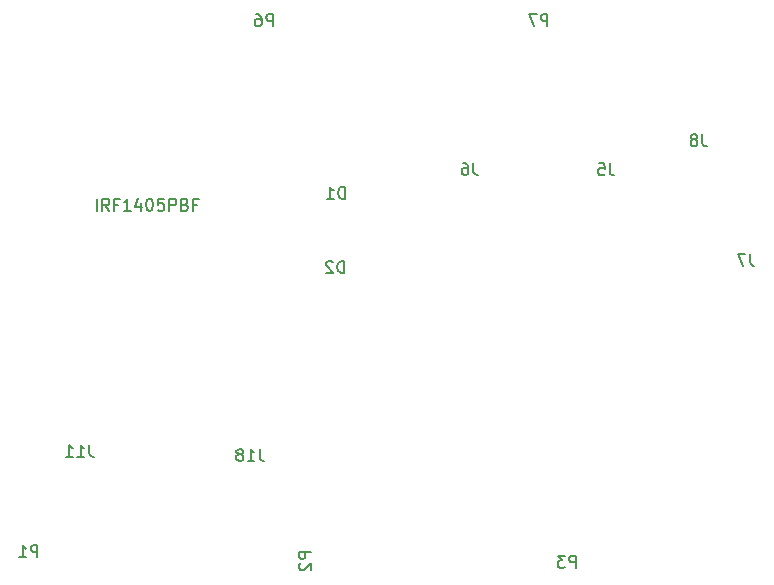
<source format=gbr>
G04 #@! TF.GenerationSoftware,KiCad,Pcbnew,(5.1.9-0-10_14)*
G04 #@! TF.CreationDate,2022-06-30T11:53:04+10:00*
G04 #@! TF.ProjectId,Hornet Forward Output Upper Shield,486f726e-6574-4204-966f-727761726420,rev?*
G04 #@! TF.SameCoordinates,Original*
G04 #@! TF.FileFunction,Legend,Bot*
G04 #@! TF.FilePolarity,Positive*
%FSLAX46Y46*%
G04 Gerber Fmt 4.6, Leading zero omitted, Abs format (unit mm)*
G04 Created by KiCad (PCBNEW (5.1.9-0-10_14)) date 2022-06-30 11:53:04*
%MOMM*%
%LPD*%
G01*
G04 APERTURE LIST*
%ADD10C,0.150000*%
G04 APERTURE END LIST*
D10*
X134168595Y-89479380D02*
X134168595Y-88479380D01*
X135216214Y-89479380D02*
X134882880Y-89003190D01*
X134644785Y-89479380D02*
X134644785Y-88479380D01*
X135025738Y-88479380D01*
X135120976Y-88527000D01*
X135168595Y-88574619D01*
X135216214Y-88669857D01*
X135216214Y-88812714D01*
X135168595Y-88907952D01*
X135120976Y-88955571D01*
X135025738Y-89003190D01*
X134644785Y-89003190D01*
X135978119Y-88955571D02*
X135644785Y-88955571D01*
X135644785Y-89479380D02*
X135644785Y-88479380D01*
X136120976Y-88479380D01*
X137025738Y-89479380D02*
X136454309Y-89479380D01*
X136740023Y-89479380D02*
X136740023Y-88479380D01*
X136644785Y-88622238D01*
X136549547Y-88717476D01*
X136454309Y-88765095D01*
X137882880Y-88812714D02*
X137882880Y-89479380D01*
X137644785Y-88431761D02*
X137406690Y-89146047D01*
X138025738Y-89146047D01*
X138597166Y-88479380D02*
X138692404Y-88479380D01*
X138787642Y-88527000D01*
X138835261Y-88574619D01*
X138882880Y-88669857D01*
X138930500Y-88860333D01*
X138930500Y-89098428D01*
X138882880Y-89288904D01*
X138835261Y-89384142D01*
X138787642Y-89431761D01*
X138692404Y-89479380D01*
X138597166Y-89479380D01*
X138501928Y-89431761D01*
X138454309Y-89384142D01*
X138406690Y-89288904D01*
X138359071Y-89098428D01*
X138359071Y-88860333D01*
X138406690Y-88669857D01*
X138454309Y-88574619D01*
X138501928Y-88527000D01*
X138597166Y-88479380D01*
X139835261Y-88479380D02*
X139359071Y-88479380D01*
X139311452Y-88955571D01*
X139359071Y-88907952D01*
X139454309Y-88860333D01*
X139692404Y-88860333D01*
X139787642Y-88907952D01*
X139835261Y-88955571D01*
X139882880Y-89050809D01*
X139882880Y-89288904D01*
X139835261Y-89384142D01*
X139787642Y-89431761D01*
X139692404Y-89479380D01*
X139454309Y-89479380D01*
X139359071Y-89431761D01*
X139311452Y-89384142D01*
X140311452Y-89479380D02*
X140311452Y-88479380D01*
X140692404Y-88479380D01*
X140787642Y-88527000D01*
X140835261Y-88574619D01*
X140882880Y-88669857D01*
X140882880Y-88812714D01*
X140835261Y-88907952D01*
X140787642Y-88955571D01*
X140692404Y-89003190D01*
X140311452Y-89003190D01*
X141644785Y-88955571D02*
X141787642Y-89003190D01*
X141835261Y-89050809D01*
X141882880Y-89146047D01*
X141882880Y-89288904D01*
X141835261Y-89384142D01*
X141787642Y-89431761D01*
X141692404Y-89479380D01*
X141311452Y-89479380D01*
X141311452Y-88479380D01*
X141644785Y-88479380D01*
X141740023Y-88527000D01*
X141787642Y-88574619D01*
X141835261Y-88669857D01*
X141835261Y-88765095D01*
X141787642Y-88860333D01*
X141740023Y-88907952D01*
X141644785Y-88955571D01*
X141311452Y-88955571D01*
X142644785Y-88955571D02*
X142311452Y-88955571D01*
X142311452Y-89479380D02*
X142311452Y-88479380D01*
X142787642Y-88479380D01*
X147951523Y-109649880D02*
X147951523Y-110364166D01*
X147999142Y-110507023D01*
X148094380Y-110602261D01*
X148237238Y-110649880D01*
X148332476Y-110649880D01*
X146951523Y-110649880D02*
X147522952Y-110649880D01*
X147237238Y-110649880D02*
X147237238Y-109649880D01*
X147332476Y-109792738D01*
X147427714Y-109887976D01*
X147522952Y-109935595D01*
X146380095Y-110078452D02*
X146475333Y-110030833D01*
X146522952Y-109983214D01*
X146570571Y-109887976D01*
X146570571Y-109840357D01*
X146522952Y-109745119D01*
X146475333Y-109697500D01*
X146380095Y-109649880D01*
X146189619Y-109649880D01*
X146094380Y-109697500D01*
X146046761Y-109745119D01*
X145999142Y-109840357D01*
X145999142Y-109887976D01*
X146046761Y-109983214D01*
X146094380Y-110030833D01*
X146189619Y-110078452D01*
X146380095Y-110078452D01*
X146475333Y-110126071D01*
X146522952Y-110173690D01*
X146570571Y-110268928D01*
X146570571Y-110459404D01*
X146522952Y-110554642D01*
X146475333Y-110602261D01*
X146380095Y-110649880D01*
X146189619Y-110649880D01*
X146094380Y-110602261D01*
X146046761Y-110554642D01*
X145999142Y-110459404D01*
X145999142Y-110268928D01*
X146046761Y-110173690D01*
X146094380Y-110126071D01*
X146189619Y-110078452D01*
X166056133Y-85444080D02*
X166056133Y-86158366D01*
X166103752Y-86301223D01*
X166198990Y-86396461D01*
X166341847Y-86444080D01*
X166437085Y-86444080D01*
X165151371Y-85444080D02*
X165341847Y-85444080D01*
X165437085Y-85491700D01*
X165484704Y-85539319D01*
X165579942Y-85682176D01*
X165627561Y-85872652D01*
X165627561Y-86253604D01*
X165579942Y-86348842D01*
X165532323Y-86396461D01*
X165437085Y-86444080D01*
X165246609Y-86444080D01*
X165151371Y-86396461D01*
X165103752Y-86348842D01*
X165056133Y-86253604D01*
X165056133Y-86015509D01*
X165103752Y-85920271D01*
X165151371Y-85872652D01*
X165246609Y-85825033D01*
X165437085Y-85825033D01*
X165532323Y-85872652D01*
X165579942Y-85920271D01*
X165627561Y-86015509D01*
X133524523Y-109307380D02*
X133524523Y-110021666D01*
X133572142Y-110164523D01*
X133667380Y-110259761D01*
X133810238Y-110307380D01*
X133905476Y-110307380D01*
X132524523Y-110307380D02*
X133095952Y-110307380D01*
X132810238Y-110307380D02*
X132810238Y-109307380D01*
X132905476Y-109450238D01*
X133000714Y-109545476D01*
X133095952Y-109593095D01*
X131572142Y-110307380D02*
X132143571Y-110307380D01*
X131857857Y-110307380D02*
X131857857Y-109307380D01*
X131953095Y-109450238D01*
X132048333Y-109545476D01*
X132143571Y-109593095D01*
X189474333Y-93127580D02*
X189474333Y-93841866D01*
X189521952Y-93984723D01*
X189617190Y-94079961D01*
X189760047Y-94127580D01*
X189855285Y-94127580D01*
X189093380Y-93127580D02*
X188426714Y-93127580D01*
X188855285Y-94127580D01*
X185448333Y-83018380D02*
X185448333Y-83732666D01*
X185495952Y-83875523D01*
X185591190Y-83970761D01*
X185734047Y-84018380D01*
X185829285Y-84018380D01*
X184829285Y-83446952D02*
X184924523Y-83399333D01*
X184972142Y-83351714D01*
X185019761Y-83256476D01*
X185019761Y-83208857D01*
X184972142Y-83113619D01*
X184924523Y-83066000D01*
X184829285Y-83018380D01*
X184638809Y-83018380D01*
X184543571Y-83066000D01*
X184495952Y-83113619D01*
X184448333Y-83208857D01*
X184448333Y-83256476D01*
X184495952Y-83351714D01*
X184543571Y-83399333D01*
X184638809Y-83446952D01*
X184829285Y-83446952D01*
X184924523Y-83494571D01*
X184972142Y-83542190D01*
X185019761Y-83637428D01*
X185019761Y-83827904D01*
X184972142Y-83923142D01*
X184924523Y-83970761D01*
X184829285Y-84018380D01*
X184638809Y-84018380D01*
X184543571Y-83970761D01*
X184495952Y-83923142D01*
X184448333Y-83827904D01*
X184448333Y-83637428D01*
X184495952Y-83542190D01*
X184543571Y-83494571D01*
X184638809Y-83446952D01*
X177612133Y-85469980D02*
X177612133Y-86184266D01*
X177659752Y-86327123D01*
X177754990Y-86422361D01*
X177897847Y-86469980D01*
X177993085Y-86469980D01*
X176659752Y-85469980D02*
X177135942Y-85469980D01*
X177183561Y-85946171D01*
X177135942Y-85898552D01*
X177040704Y-85850933D01*
X176802609Y-85850933D01*
X176707371Y-85898552D01*
X176659752Y-85946171D01*
X176612133Y-86041409D01*
X176612133Y-86279504D01*
X176659752Y-86374742D01*
X176707371Y-86422361D01*
X176802609Y-86469980D01*
X177040704Y-86469980D01*
X177135942Y-86422361D01*
X177183561Y-86374742D01*
X155107095Y-94749880D02*
X155107095Y-93749880D01*
X154869000Y-93749880D01*
X154726142Y-93797500D01*
X154630904Y-93892738D01*
X154583285Y-93987976D01*
X154535666Y-94178452D01*
X154535666Y-94321309D01*
X154583285Y-94511785D01*
X154630904Y-94607023D01*
X154726142Y-94702261D01*
X154869000Y-94749880D01*
X155107095Y-94749880D01*
X154154714Y-93845119D02*
X154107095Y-93797500D01*
X154011857Y-93749880D01*
X153773761Y-93749880D01*
X153678523Y-93797500D01*
X153630904Y-93845119D01*
X153583285Y-93940357D01*
X153583285Y-94035595D01*
X153630904Y-94178452D01*
X154202333Y-94749880D01*
X153583285Y-94749880D01*
X155170095Y-88463380D02*
X155170095Y-87463380D01*
X154932000Y-87463380D01*
X154789142Y-87511000D01*
X154693904Y-87606238D01*
X154646285Y-87701476D01*
X154598666Y-87891952D01*
X154598666Y-88034809D01*
X154646285Y-88225285D01*
X154693904Y-88320523D01*
X154789142Y-88415761D01*
X154932000Y-88463380D01*
X155170095Y-88463380D01*
X153646285Y-88463380D02*
X154217714Y-88463380D01*
X153932000Y-88463380D02*
X153932000Y-87463380D01*
X154027238Y-87606238D01*
X154122476Y-87701476D01*
X154217714Y-87749095D01*
X152300380Y-118387904D02*
X151300380Y-118387904D01*
X151300380Y-118768857D01*
X151348000Y-118864095D01*
X151395619Y-118911714D01*
X151490857Y-118959333D01*
X151633714Y-118959333D01*
X151728952Y-118911714D01*
X151776571Y-118864095D01*
X151824190Y-118768857D01*
X151824190Y-118387904D01*
X151395619Y-119340285D02*
X151348000Y-119387904D01*
X151300380Y-119483142D01*
X151300380Y-119721238D01*
X151348000Y-119816476D01*
X151395619Y-119864095D01*
X151490857Y-119911714D01*
X151586095Y-119911714D01*
X151728952Y-119864095D01*
X152300380Y-119292666D01*
X152300380Y-119911714D01*
X129135095Y-118816380D02*
X129135095Y-117816380D01*
X128754142Y-117816380D01*
X128658904Y-117864000D01*
X128611285Y-117911619D01*
X128563666Y-118006857D01*
X128563666Y-118149714D01*
X128611285Y-118244952D01*
X128658904Y-118292571D01*
X128754142Y-118340190D01*
X129135095Y-118340190D01*
X127611285Y-118816380D02*
X128182714Y-118816380D01*
X127897000Y-118816380D02*
X127897000Y-117816380D01*
X127992238Y-117959238D01*
X128087476Y-118054476D01*
X128182714Y-118102095D01*
X174728095Y-119705380D02*
X174728095Y-118705380D01*
X174347142Y-118705380D01*
X174251904Y-118753000D01*
X174204285Y-118800619D01*
X174156666Y-118895857D01*
X174156666Y-119038714D01*
X174204285Y-119133952D01*
X174251904Y-119181571D01*
X174347142Y-119229190D01*
X174728095Y-119229190D01*
X173823333Y-118705380D02*
X173204285Y-118705380D01*
X173537619Y-119086333D01*
X173394761Y-119086333D01*
X173299523Y-119133952D01*
X173251904Y-119181571D01*
X173204285Y-119276809D01*
X173204285Y-119514904D01*
X173251904Y-119610142D01*
X173299523Y-119657761D01*
X173394761Y-119705380D01*
X173680476Y-119705380D01*
X173775714Y-119657761D01*
X173823333Y-119610142D01*
X149074095Y-73858380D02*
X149074095Y-72858380D01*
X148693142Y-72858380D01*
X148597904Y-72906000D01*
X148550285Y-72953619D01*
X148502666Y-73048857D01*
X148502666Y-73191714D01*
X148550285Y-73286952D01*
X148597904Y-73334571D01*
X148693142Y-73382190D01*
X149074095Y-73382190D01*
X147645523Y-72858380D02*
X147836000Y-72858380D01*
X147931238Y-72906000D01*
X147978857Y-72953619D01*
X148074095Y-73096476D01*
X148121714Y-73286952D01*
X148121714Y-73667904D01*
X148074095Y-73763142D01*
X148026476Y-73810761D01*
X147931238Y-73858380D01*
X147740761Y-73858380D01*
X147645523Y-73810761D01*
X147597904Y-73763142D01*
X147550285Y-73667904D01*
X147550285Y-73429809D01*
X147597904Y-73334571D01*
X147645523Y-73286952D01*
X147740761Y-73239333D01*
X147931238Y-73239333D01*
X148026476Y-73286952D01*
X148074095Y-73334571D01*
X148121714Y-73429809D01*
X172315095Y-73858380D02*
X172315095Y-72858380D01*
X171934142Y-72858380D01*
X171838904Y-72906000D01*
X171791285Y-72953619D01*
X171743666Y-73048857D01*
X171743666Y-73191714D01*
X171791285Y-73286952D01*
X171838904Y-73334571D01*
X171934142Y-73382190D01*
X172315095Y-73382190D01*
X171410333Y-72858380D02*
X170743666Y-72858380D01*
X171172238Y-73858380D01*
M02*

</source>
